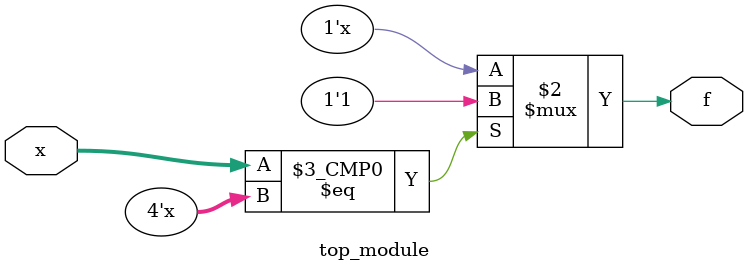
<source format=sv>
module top_module (
	input [4:1] x,
	output logic f
);

	always_comb begin
		case (x)
			4'bxxxx: f = 1'b1;
			4'bxx00: f = 1'b0;
			4'bxx01: f = 1'b0;
			4'bxx10: f = 1'b1;
			4'bxx11: f = 1'b0;
			4'b00xx: f = 1'b0;
			4'b00x0: f = 1'b0;
			4'b00x1: f = 1'b0;
			4'b0100: f = 1'b0;
			4'b0101: f = 1'b1;
			4'b0110: f = 1'b1;
			4'b0111: f = 1'b0;
			4'b10xx: f = 1'b1;
			4'b1100: f = 1'b1;
			4'b1101: f = 1'b0;
			default: f = 1'b0;
		endcase
	end
endmodule

</source>
